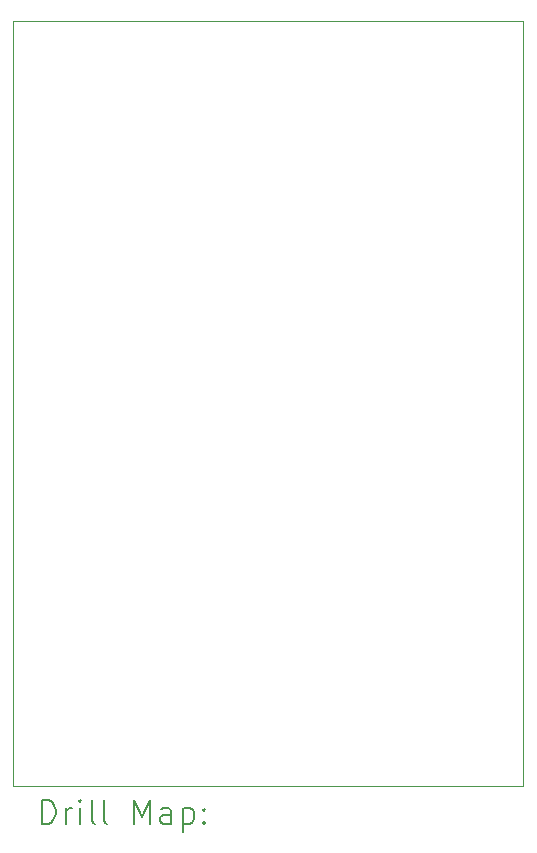
<source format=gbr>
%TF.GenerationSoftware,KiCad,Pcbnew,7.0.1*%
%TF.CreationDate,2023-05-22T12:19:46-07:00*%
%TF.ProjectId,tn9k_f18_fat,746e396b-5f66-4313-985f-6661742e6b69,rev?*%
%TF.SameCoordinates,Original*%
%TF.FileFunction,Drillmap*%
%TF.FilePolarity,Positive*%
%FSLAX45Y45*%
G04 Gerber Fmt 4.5, Leading zero omitted, Abs format (unit mm)*
G04 Created by KiCad (PCBNEW 7.0.1) date 2023-05-22 12:19:46*
%MOMM*%
%LPD*%
G01*
G04 APERTURE LIST*
%ADD10C,0.100000*%
%ADD11C,0.200000*%
G04 APERTURE END LIST*
D10*
X17780000Y-4699000D02*
X17780000Y-11176000D01*
X13462000Y-4699000D02*
X17780000Y-4699000D01*
X13462000Y-11176000D02*
X13462000Y-4699000D01*
X17780000Y-11176000D02*
X13462000Y-11176000D01*
D11*
X13704619Y-11493524D02*
X13704619Y-11293524D01*
X13704619Y-11293524D02*
X13752238Y-11293524D01*
X13752238Y-11293524D02*
X13780809Y-11303048D01*
X13780809Y-11303048D02*
X13799857Y-11322095D01*
X13799857Y-11322095D02*
X13809381Y-11341143D01*
X13809381Y-11341143D02*
X13818905Y-11379238D01*
X13818905Y-11379238D02*
X13818905Y-11407809D01*
X13818905Y-11407809D02*
X13809381Y-11445905D01*
X13809381Y-11445905D02*
X13799857Y-11464952D01*
X13799857Y-11464952D02*
X13780809Y-11484000D01*
X13780809Y-11484000D02*
X13752238Y-11493524D01*
X13752238Y-11493524D02*
X13704619Y-11493524D01*
X13904619Y-11493524D02*
X13904619Y-11360190D01*
X13904619Y-11398286D02*
X13914143Y-11379238D01*
X13914143Y-11379238D02*
X13923667Y-11369714D01*
X13923667Y-11369714D02*
X13942714Y-11360190D01*
X13942714Y-11360190D02*
X13961762Y-11360190D01*
X14028428Y-11493524D02*
X14028428Y-11360190D01*
X14028428Y-11293524D02*
X14018905Y-11303048D01*
X14018905Y-11303048D02*
X14028428Y-11312571D01*
X14028428Y-11312571D02*
X14037952Y-11303048D01*
X14037952Y-11303048D02*
X14028428Y-11293524D01*
X14028428Y-11293524D02*
X14028428Y-11312571D01*
X14152238Y-11493524D02*
X14133190Y-11484000D01*
X14133190Y-11484000D02*
X14123667Y-11464952D01*
X14123667Y-11464952D02*
X14123667Y-11293524D01*
X14257000Y-11493524D02*
X14237952Y-11484000D01*
X14237952Y-11484000D02*
X14228428Y-11464952D01*
X14228428Y-11464952D02*
X14228428Y-11293524D01*
X14485571Y-11493524D02*
X14485571Y-11293524D01*
X14485571Y-11293524D02*
X14552238Y-11436381D01*
X14552238Y-11436381D02*
X14618905Y-11293524D01*
X14618905Y-11293524D02*
X14618905Y-11493524D01*
X14799857Y-11493524D02*
X14799857Y-11388762D01*
X14799857Y-11388762D02*
X14790333Y-11369714D01*
X14790333Y-11369714D02*
X14771286Y-11360190D01*
X14771286Y-11360190D02*
X14733190Y-11360190D01*
X14733190Y-11360190D02*
X14714143Y-11369714D01*
X14799857Y-11484000D02*
X14780809Y-11493524D01*
X14780809Y-11493524D02*
X14733190Y-11493524D01*
X14733190Y-11493524D02*
X14714143Y-11484000D01*
X14714143Y-11484000D02*
X14704619Y-11464952D01*
X14704619Y-11464952D02*
X14704619Y-11445905D01*
X14704619Y-11445905D02*
X14714143Y-11426857D01*
X14714143Y-11426857D02*
X14733190Y-11417333D01*
X14733190Y-11417333D02*
X14780809Y-11417333D01*
X14780809Y-11417333D02*
X14799857Y-11407809D01*
X14895095Y-11360190D02*
X14895095Y-11560190D01*
X14895095Y-11369714D02*
X14914143Y-11360190D01*
X14914143Y-11360190D02*
X14952238Y-11360190D01*
X14952238Y-11360190D02*
X14971286Y-11369714D01*
X14971286Y-11369714D02*
X14980809Y-11379238D01*
X14980809Y-11379238D02*
X14990333Y-11398286D01*
X14990333Y-11398286D02*
X14990333Y-11455428D01*
X14990333Y-11455428D02*
X14980809Y-11474476D01*
X14980809Y-11474476D02*
X14971286Y-11484000D01*
X14971286Y-11484000D02*
X14952238Y-11493524D01*
X14952238Y-11493524D02*
X14914143Y-11493524D01*
X14914143Y-11493524D02*
X14895095Y-11484000D01*
X15076048Y-11474476D02*
X15085571Y-11484000D01*
X15085571Y-11484000D02*
X15076048Y-11493524D01*
X15076048Y-11493524D02*
X15066524Y-11484000D01*
X15066524Y-11484000D02*
X15076048Y-11474476D01*
X15076048Y-11474476D02*
X15076048Y-11493524D01*
X15076048Y-11369714D02*
X15085571Y-11379238D01*
X15085571Y-11379238D02*
X15076048Y-11388762D01*
X15076048Y-11388762D02*
X15066524Y-11379238D01*
X15066524Y-11379238D02*
X15076048Y-11369714D01*
X15076048Y-11369714D02*
X15076048Y-11388762D01*
M02*

</source>
